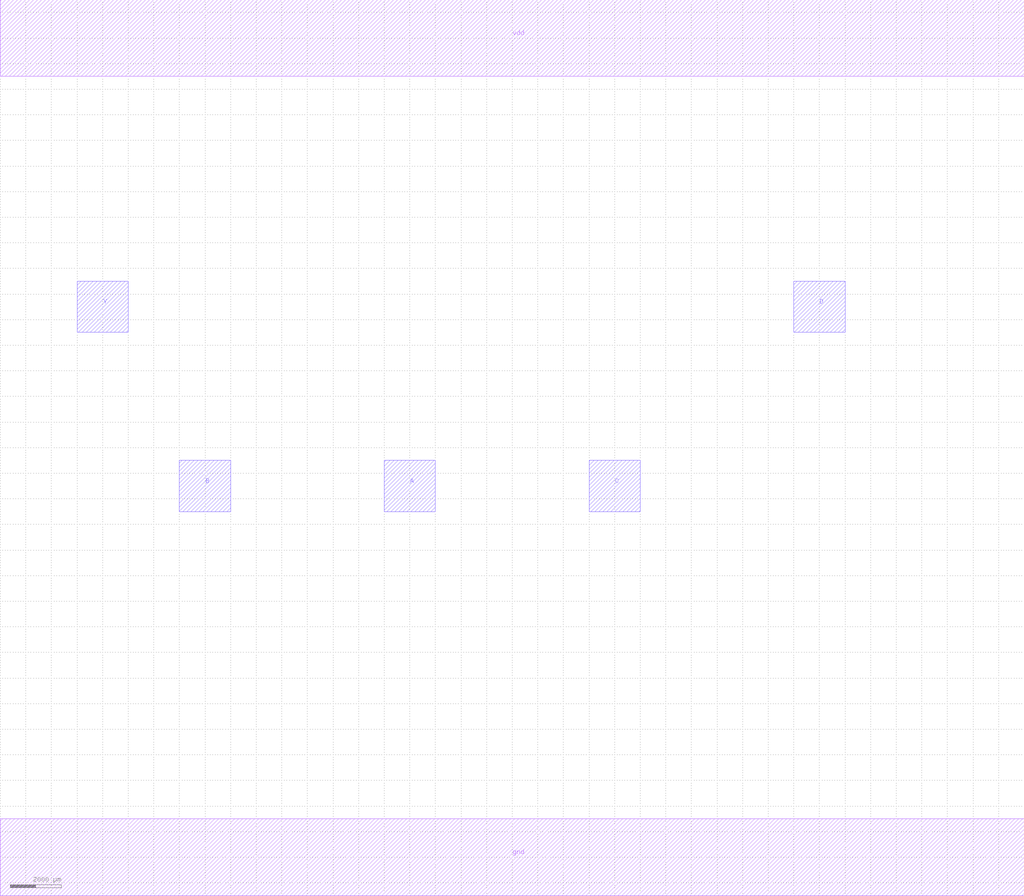
<source format=lef>
MACRO OAI22X1
 CLASS CORE ;
 ORIGIN 0 0 ;
 FOREIGN OAI22X1 0 0 ;
 SITE CORE ;
 SYMMETRY X Y R90 ;
  PIN vdd
   DIRECTION INOUT ;
   USE SIGNAL ;
   SHAPE ABUTMENT ;
    PORT
     CLASS CORE ;
       LAYER metal1 ;
        RECT 0.00000000 30500.00000000 40000.00000000 33500.00000000 ;
    END
  END vdd

  PIN gnd
   DIRECTION INOUT ;
   USE SIGNAL ;
   SHAPE ABUTMENT ;
    PORT
     CLASS CORE ;
       LAYER metal1 ;
        RECT 0.00000000 -1500.00000000 40000.00000000 1500.00000000 ;
    END
  END gnd

  PIN B
   DIRECTION INOUT ;
   USE SIGNAL ;
   SHAPE ABUTMENT ;
    PORT
     CLASS CORE ;
       LAYER metal2 ;
        RECT 7000.00000000 13500.00000000 9000.00000000 15500.00000000 ;
    END
  END B

  PIN A
   DIRECTION INOUT ;
   USE SIGNAL ;
   SHAPE ABUTMENT ;
    PORT
     CLASS CORE ;
       LAYER metal2 ;
        RECT 15000.00000000 13500.00000000 17000.00000000 15500.00000000 ;
    END
  END A

  PIN C
   DIRECTION INOUT ;
   USE SIGNAL ;
   SHAPE ABUTMENT ;
    PORT
     CLASS CORE ;
       LAYER metal2 ;
        RECT 23000.00000000 13500.00000000 25000.00000000 15500.00000000 ;
    END
  END C

  PIN D
   DIRECTION INOUT ;
   USE SIGNAL ;
   SHAPE ABUTMENT ;
    PORT
     CLASS CORE ;
       LAYER metal2 ;
        RECT 31000.00000000 20500.00000000 33000.00000000 22500.00000000 ;
    END
  END D

  PIN Y
   DIRECTION INOUT ;
   USE SIGNAL ;
   SHAPE ABUTMENT ;
    PORT
     CLASS CORE ;
       LAYER metal2 ;
        RECT 3000.00000000 20500.00000000 5000.00000000 22500.00000000 ;
    END
  END Y


END OAI22X1

</source>
